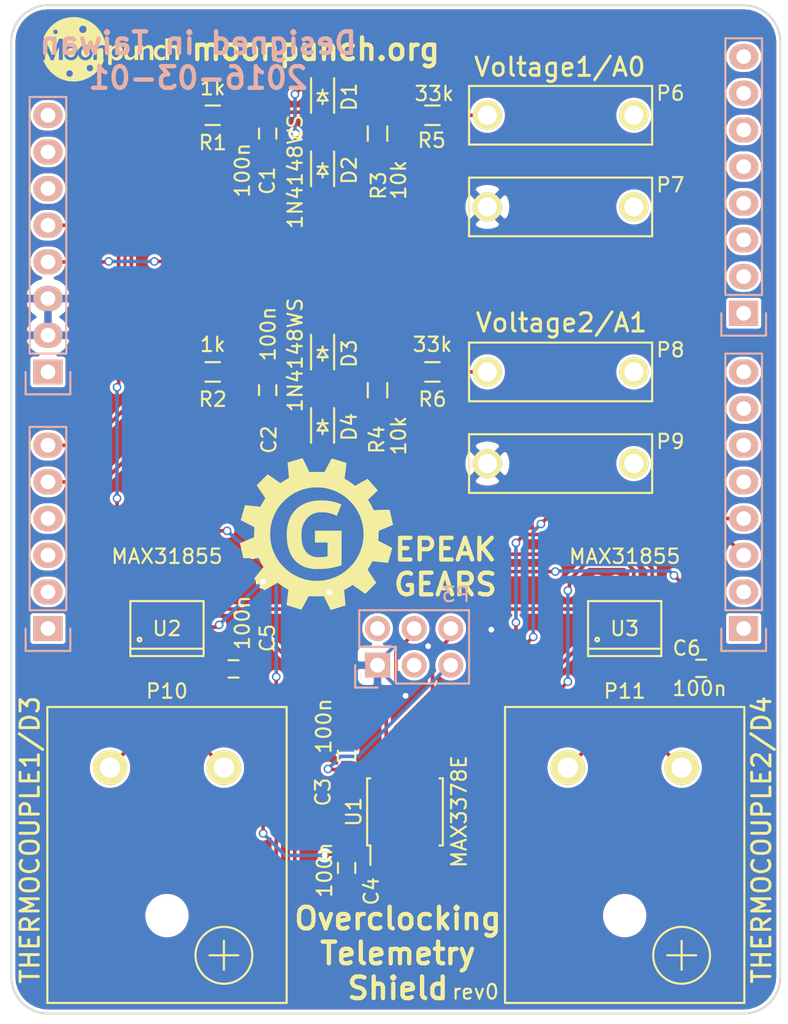
<source format=kicad_pcb>
(kicad_pcb (version 4) (host pcbnew 4.0.2-stable)
  (title_block (title "Overclocking telemetry shield for Arduino Yún") (date 2016-02-22) (rev v1) (company Moonpunch.org) (comment 1 "CERN OHL 1.2"))
  (layers (0 F.Cu signal) (31 B.Cu signal) (34 B.Paste user) (35 F.Paste user) (36 B.SilkS user) (37 F.SilkS user) (38 B.Mask user) (39 F.Mask user) (44 Edge.Cuts user))
  (net 0 "")
  (net 1 "Net-(C1-Pad1)")
  (net 2 GND)
  (net 3 "Net-(C2-Pad1)")
  (net 4 +5V)
  (net 5 +3V3)
  (net 6 "Net-(P1-Pad1)")
  (net 7 "Net-(P1-Pad6)")
  (net 8 "Net-(P1-Pad7)")
  (net 9 "Net-(P1-Pad8)")
  (net 10 "Net-(P2-Pad3)")
  (net 11 "Net-(P2-Pad4)")
  (net 12 /MISO)
  (net 13 "Net-(P3-Pad3)")
  (net 14 /SCLK)
  (net 15 "Net-(P4-Pad1)")
  (net 16 "Net-(P4-Pad2)")
  (net 17 "Net-(P4-Pad3)")
  (net 18 "Net-(P4-Pad4)")
  (net 19 "Net-(P4-Pad5)")
  (net 20 "Net-(P4-Pad6)")
  (net 21 "Net-(P4-Pad7)")
  (net 22 "Net-(P4-Pad8)")
  (net 23 "Net-(P5-Pad1)")
  (net 24 "Net-(P5-Pad2)")
  (net 25 /CS1)
  (net 26 /CS2)
  (net 27 "Net-(P5-Pad8)")
  (net 28 "Net-(P6-Pad1)")
  (net 29 "Net-(P6-Pad2)")
  (net 30 "Net-(P7-Pad2)")
  (net 31 "Net-(P8-Pad1)")
  (net 32 "Net-(P8-Pad2)")
  (net 33 "Net-(P9-Pad2)")
  (net 34 "Net-(U1-Pad2)")
  (net 35 "Net-(U1-Pad3)")
  (net 36 "Net-(U1-Pad4)")
  (net 37 "Net-(U1-Pad5)")
  (net 38 "Net-(U1-Pad6)")
  (net 39 "Net-(U1-Pad9)")
  (net 40 "Net-(P10-Pad2)")
  (net 41 "Net-(P10-Pad1)")
  (net 42 "Net-(P11-Pad2)")
  (net 43 "Net-(P11-Pad1)")
  (net 44 "Net-(P3-Pad2)")
  (net 45 "Net-(P2-Pad1)")
  (net 46 "Net-(P2-Pad2)")
  (net 47 "Net-(P5-Pad6)")
  (net 48 "Net-(P5-Pad7)")
  (net 49 "Net-(P5-Pad5)")
  (net 50 /A1)
  (net 51 /A0)
  (module Capacitors_SMD:C_0603_HandSoldering (layer F.Cu) (at 119.38 67.31 270)
    (fp_text reference C1 (at 3.26644 0.02032 270) (layer F.SilkS))
    (fp_text value 100n (at 2.54 1.7526 270) (layer F.SilkS))
    (pad 1 smd rect (at -0.95 0 270) (size 1.2 0.75) (layers F.Cu F.Paste F.Mask) (net 1 "Net-(C1-Pad1)"))
    (pad 2 smd rect (at 0.95 0 270) (size 1.2 0.75) (layers F.Cu F.Paste F.Mask) (net 2 GND))
  )
  (module Capacitors_SMD:C_0603_HandSoldering (layer F.Cu) (at 119.38 85.09 270)
    (fp_text reference C2 (at 3.42392 -0.09144 270) (layer F.SilkS))
    (fp_text value 100n (at -3.89636 -0.03556 270) (layer F.SilkS))
    (pad 1 smd rect (at -0.95 0 270) (size 1.2 0.75) (layers F.Cu F.Paste F.Mask) (net 3 "Net-(C2-Pad1)"))
    (pad 2 smd rect (at 0.95 0 270) (size 1.2 0.75) (layers F.Cu F.Paste F.Mask) (net 2 GND))
  )
  (module Capacitors_SMD:C_0603_HandSoldering (layer F.Cu) (at 124.85624 110.4138 90)
    (fp_text reference C3 (at -2.51968 -1.64084 90) (layer F.SilkS) (effects (font (size 1.016 1.016) (thickness 0.1524))))
    (fp_text value 100n (at 2.06248 -1.58496 90) (layer F.SilkS) (effects (font (size 1.016 1.016) (thickness 0.1524))))
    (pad 1 smd rect (at -0.95 0 90) (size 1.2 0.75) (layers F.Cu F.Paste F.Mask) (net 4 +5V))
    (pad 2 smd rect (at 0.95 0 90) (size 1.2 0.75) (layers F.Cu F.Paste F.Mask) (net 2 GND))
  )
  (module Capacitors_SMD:C_0603_HandSoldering (layer F.Cu) (at 124.85624 118.1862 90)
    (fp_text reference C4 (at -1.62052 1.71196 90) (layer F.SilkS))
    (fp_text value 100n (at -0.14224 -1.52908 90) (layer F.SilkS) (effects (font (size 1.016 1.016) (thickness 0.1524))))
    (pad 1 smd rect (at -0.95 0 90) (size 1.2 0.75) (layers F.Cu F.Paste F.Mask) (net 2 GND))
    (pad 2 smd rect (at 0.95 0 90) (size 1.2 0.75) (layers F.Cu F.Paste F.Mask) (net 5 +3V3))
  )
  (module Capacitors_SMD:C_0603_HandSoldering (layer F.Cu) (at 117.00764 104.394 180)
    (fp_text reference C5 (at -2.35204 2.1336 270) (layer F.SilkS))
    (fp_text value 100n (at -0.61976 3.19532 270) (layer F.SilkS))
    (pad 1 smd rect (at -0.95 0 180) (size 1.2 0.75) (layers F.Cu F.Paste F.Mask) (net 2 GND))
    (pad 2 smd rect (at 0.95 0 180) (size 1.2 0.75) (layers F.Cu F.Paste F.Mask) (net 5 +3V3))
  )
  (module Capacitors_SMD:C_0603_HandSoldering (layer F.Cu) (at 149.45106 104.3559 180)
    (fp_text reference C6 (at 1.00584 1.397 180) (layer F.SilkS))
    (fp_text value 100n (at 0.11176 -1.397 180) (layer F.SilkS))
    (pad 1 smd rect (at -0.95 0 180) (size 1.2 0.75) (layers F.Cu F.Paste F.Mask) (net 2 GND))
    (pad 2 smd rect (at 0.95 0 180) (size 1.2 0.75) (layers F.Cu F.Paste F.Mask) (net 5 +3V3))
  )
  (module Diodes_SMD:SOD-323 (layer F.Cu) (at 123.19 64.77 270)
    (fp_text reference D1 (at 0 -1.85 270) (layer F.SilkS))
    (fp_text value 1N4148WS)
    (pad 1 smd rect (at -1.055 0 270) (size 0.59 0.45) (layers F.Cu F.Paste F.Mask) (net 4 +5V))
    (pad 2 smd rect (at 1.055 0 270) (size 0.59 0.45) (layers F.Cu F.Paste F.Mask) (net 1 "Net-(C1-Pad1)"))
  )
  (module Diodes_SMD:SOD-323 (layer F.Cu) (at 123.19 69.85 270)
    (fp_text reference D2 (at 0 -1.85 270) (layer F.SilkS))
    (fp_text value 1N4148WS (at 0.1 1.9 270) (layer F.SilkS))
    (pad 1 smd rect (at -1.055 0 270) (size 0.59 0.45) (layers F.Cu F.Paste F.Mask) (net 1 "Net-(C1-Pad1)"))
    (pad 2 smd rect (at 1.055 0 270) (size 0.59 0.45) (layers F.Cu F.Paste F.Mask) (net 2 GND))
  )
  (module Diodes_SMD:SOD-323 (layer F.Cu) (at 123.19 82.55 270)
    (fp_text reference D3 (at 0 -1.85 270) (layer F.SilkS))
    (fp_text value 1N4148WS (at 0.1 1.9 270) (layer F.SilkS))
    (pad 1 smd rect (at -1.055 0 270) (size 0.59 0.45) (layers F.Cu F.Paste F.Mask) (net 4 +5V))
    (pad 2 smd rect (at 1.055 0 270) (size 0.59 0.45) (layers F.Cu F.Paste F.Mask) (net 3 "Net-(C2-Pad1)"))
  )
  (module Diodes_SMD:SOD-323 (layer F.Cu) (at 123.19 87.63 270)
    (fp_text reference D4 (at 0 -1.85 270) (layer F.SilkS))
    (fp_text value 1N4148WS)
    (pad 1 smd rect (at -1.055 0 270) (size 0.59 0.45) (layers F.Cu F.Paste F.Mask) (net 3 "Net-(C2-Pad1)"))
    (pad 2 smd rect (at 1.055 0 270) (size 0.59 0.45) (layers F.Cu F.Paste F.Mask) (net 2 GND))
  )
  (module Pin_Headers:Pin_Header_Straight_1x08 (layer B.Cu) (at 104.14 83.82)
    (fp_text reference P1)
    (fp_text value POWER_HEADER)
    (pad 1 thru_hole rect (at 0 0) (size 2.032 1.7272) (drill 1.016) (layers *.Cu *.Mask B.SilkS) (net 6 "Net-(P1-Pad1)"))
    (pad 2 thru_hole oval (at 0 -2.54) (size 2.032 1.7272) (drill 1.016) (layers *.Cu *.Mask B.SilkS) (net 2 GND))
    (pad 3 thru_hole oval (at 0 -5.08) (size 2.032 1.7272) (drill 1.016) (layers *.Cu *.Mask B.SilkS) (net 2 GND))
    (pad 4 thru_hole oval (at 0 -7.62) (size 2.032 1.7272) (drill 1.016) (layers *.Cu *.Mask B.SilkS) (net 4 +5V))
    (pad 5 thru_hole oval (at 0 -10.16) (size 2.032 1.7272) (drill 1.016) (layers *.Cu *.Mask B.SilkS) (net 5 +3V3))
    (pad 6 thru_hole oval (at 0 -12.7) (size 2.032 1.7272) (drill 1.016) (layers *.Cu *.Mask B.SilkS) (net 7 "Net-(P1-Pad6)"))
    (pad 7 thru_hole oval (at 0 -15.24) (size 2.032 1.7272) (drill 1.016) (layers *.Cu *.Mask B.SilkS) (net 8 "Net-(P1-Pad7)"))
    (pad 8 thru_hole oval (at 0 -17.78) (size 2.032 1.7272) (drill 1.016) (layers *.Cu *.Mask B.SilkS) (net 9 "Net-(P1-Pad8)"))
  )
  (module Pin_Headers:Pin_Header_Straight_1x06 (layer B.Cu) (at 104.14 101.6)
    (fp_text reference P2)
    (fp_text value ANALOG_HEADER)
    (pad 1 thru_hole rect (at 0 0) (size 2.032 1.7272) (drill 1.016) (layers *.Cu *.Mask B.SilkS) (net 45 "Net-(P2-Pad1)"))
    (pad 2 thru_hole oval (at 0 -2.54) (size 2.032 1.7272) (drill 1.016) (layers *.Cu *.Mask B.SilkS) (net 46 "Net-(P2-Pad2)"))
    (pad 3 thru_hole oval (at 0 -5.08) (size 2.032 1.7272) (drill 1.016) (layers *.Cu *.Mask B.SilkS) (net 10 "Net-(P2-Pad3)"))
    (pad 4 thru_hole oval (at 0 -7.62) (size 2.032 1.7272) (drill 1.016) (layers *.Cu *.Mask B.SilkS) (net 11 "Net-(P2-Pad4)"))
    (pad 5 thru_hole oval (at 0 -10.16) (size 2.032 1.7272) (drill 1.016) (layers *.Cu *.Mask B.SilkS) (net 50 /A1))
    (pad 6 thru_hole oval (at 0 -12.7) (size 2.032 1.7272) (drill 1.016) (layers *.Cu *.Mask B.SilkS) (net 51 /A0))
  )
  (module Socket_Strips:Socket_Strip_Straight_2x03 (layer B.Cu) (at 127 104.14)
    (fp_text reference P3 (at 5.4356 -4.89712) (layer B.SilkS) (effects (justify mirror)))
    (fp_text value ICSP_HEADER)
    (pad 1 thru_hole rect (at 0 0) (size 1.7272 1.7272) (drill 1.016) (layers *.Cu *.Mask B.SilkS) (net 2 GND))
    (pad 2 thru_hole oval (at 0 -2.54) (size 1.7272 1.7272) (drill 1.016) (layers *.Cu *.Mask B.SilkS) (net 44 "Net-(P3-Pad2)"))
    (pad 3 thru_hole oval (at 2.54 0) (size 1.7272 1.7272) (drill 1.016) (layers *.Cu *.Mask B.SilkS) (net 13 "Net-(P3-Pad3)"))
    (pad 4 thru_hole oval (at 2.54 -2.54) (size 1.7272 1.7272) (drill 1.016) (layers *.Cu *.Mask B.SilkS) (net 14 /SCLK))
    (pad 5 thru_hole oval (at 5.08 0) (size 1.7272 1.7272) (drill 1.016) (layers *.Cu *.Mask B.SilkS) (net 4 +5V))
    (pad 6 thru_hole oval (at 5.08 -2.54) (size 1.7272 1.7272) (drill 1.016) (layers *.Cu *.Mask B.SilkS) (net 12 /MISO))
  )
  (module Pin_Headers:Pin_Header_Straight_1x08 (layer B.Cu) (at 152.4 79.756)
    (fp_text reference P4)
    (fp_text value DIGITAL_HEADER_2)
    (pad 1 thru_hole rect (at 0 0) (size 2.032 1.7272) (drill 1.016) (layers *.Cu *.Mask B.SilkS) (net 15 "Net-(P4-Pad1)"))
    (pad 2 thru_hole oval (at 0 -2.54) (size 2.032 1.7272) (drill 1.016) (layers *.Cu *.Mask B.SilkS) (net 16 "Net-(P4-Pad2)"))
    (pad 3 thru_hole oval (at 0 -5.08) (size 2.032 1.7272) (drill 1.016) (layers *.Cu *.Mask B.SilkS) (net 17 "Net-(P4-Pad3)"))
    (pad 4 thru_hole oval (at 0 -7.62) (size 2.032 1.7272) (drill 1.016) (layers *.Cu *.Mask B.SilkS) (net 18 "Net-(P4-Pad4)"))
    (pad 5 thru_hole oval (at 0 -10.16) (size 2.032 1.7272) (drill 1.016) (layers *.Cu *.Mask B.SilkS) (net 19 "Net-(P4-Pad5)"))
    (pad 6 thru_hole oval (at 0 -12.7) (size 2.032 1.7272) (drill 1.016) (layers *.Cu *.Mask B.SilkS) (net 20 "Net-(P4-Pad6)"))
    (pad 7 thru_hole oval (at 0 -15.24) (size 2.032 1.7272) (drill 1.016) (layers *.Cu *.Mask B.SilkS) (net 21 "Net-(P4-Pad7)"))
    (pad 8 thru_hole oval (at 0 -17.78) (size 2.032 1.7272) (drill 1.016) (layers *.Cu *.Mask B.SilkS) (net 22 "Net-(P4-Pad8)"))
  )
  (module Pin_Headers:Pin_Header_Straight_1x08 (layer B.Cu) (at 152.4 101.6)
    (fp_text reference P5)
    (fp_text value DIGITAL_HEADER_1)
    (pad 1 thru_hole rect (at 0 0) (size 2.032 1.7272) (drill 1.016) (layers *.Cu *.Mask B.SilkS) (net 23 "Net-(P5-Pad1)"))
    (pad 2 thru_hole oval (at 0 -2.54) (size 2.032 1.7272) (drill 1.016) (layers *.Cu *.Mask B.SilkS) (net 24 "Net-(P5-Pad2)"))
    (pad 3 thru_hole oval (at 0 -5.08) (size 2.032 1.7272) (drill 1.016) (layers *.Cu *.Mask B.SilkS) (net 25 /CS1))
    (pad 4 thru_hole oval (at 0 -7.62) (size 2.032 1.7272) (drill 1.016) (layers *.Cu *.Mask B.SilkS) (net 26 /CS2))
    (pad 5 thru_hole oval (at 0 -10.16) (size 2.032 1.7272) (drill 1.016) (layers *.Cu *.Mask B.SilkS) (net 49 "Net-(P5-Pad5)"))
    (pad 6 thru_hole oval (at 0 -12.7) (size 2.032 1.7272) (drill 1.016) (layers *.Cu *.Mask B.SilkS) (net 47 "Net-(P5-Pad6)"))
    (pad 7 thru_hole oval (at 0 -15.24) (size 2.032 1.7272) (drill 1.016) (layers *.Cu *.Mask B.SilkS) (net 48 "Net-(P5-Pad7)"))
    (pad 8 thru_hole oval (at 0 -17.78) (size 2.032 1.7272) (drill 1.016) (layers *.Cu *.Mask B.SilkS) (net 27 "Net-(P5-Pad8)"))
  )
  (module parts:Test_Probe (layer F.Cu) (at 139.7 66.04)
    (fp_text reference P6 (at 7.62 -1.524) (layer F.SilkS))
    (fp_text value V_PROBE1_SIG)
    (pad 1 thru_hole circle (at -5.08 0) (size 2.032 2.032) (drill 1.3208) (layers *.Cu *.Mask F.SilkS) (net 28 "Net-(P6-Pad1)"))
    (pad 2 thru_hole circle (at 5.08 0) (size 2.032 2.032) (drill 1.3208) (layers *.Cu *.Mask F.SilkS) (net 29 "Net-(P6-Pad2)"))
  )
  (module parts:Test_Probe (layer F.Cu) (at 139.7 72.39)
    (fp_text reference P7 (at 7.62 -1.524) (layer F.SilkS))
    (fp_text value V_PROBE1_GND)
    (pad 1 thru_hole circle (at -5.08 0) (size 2.032 2.032) (drill 1.3208) (layers *.Cu *.Mask F.SilkS) (net 2 GND))
    (pad 2 thru_hole circle (at 5.08 0) (size 2.032 2.032) (drill 1.3208) (layers *.Cu *.Mask F.SilkS) (net 30 "Net-(P7-Pad2)"))
  )
  (module parts:Test_Probe (layer F.Cu) (at 139.7 83.82)
    (fp_text reference P8 (at 7.62 -1.524) (layer F.SilkS))
    (fp_text value V_PROBE2_SIG)
    (pad 1 thru_hole circle (at -5.08 0) (size 2.032 2.032) (drill 1.3208) (layers *.Cu *.Mask F.SilkS) (net 31 "Net-(P8-Pad1)"))
    (pad 2 thru_hole circle (at 5.08 0) (size 2.032 2.032) (drill 1.3208) (layers *.Cu *.Mask F.SilkS) (net 32 "Net-(P8-Pad2)"))
  )
  (module parts:Test_Probe (layer F.Cu) (at 139.7 90.17)
    (fp_text reference P9 (at 7.62 -1.524) (layer F.SilkS))
    (fp_text value V_PROBE2_GND)
    (pad 1 thru_hole circle (at -5.08 0) (size 2.032 2.032) (drill 1.3208) (layers *.Cu *.Mask F.SilkS) (net 2 GND))
    (pad 2 thru_hole circle (at 5.08 0) (size 2.032 2.032) (drill 1.3208) (layers *.Cu *.Mask F.SilkS) (net 33 "Net-(P9-Pad2)"))
  )
  (module Resistors_SMD:R_0603_HandSoldering (layer F.Cu) (at 115.57 66.04 180)
    (fp_text reference R1 (at 0 -1.9 180) (layer F.SilkS))
    (fp_text value 1k (at 0 1.9 180) (layer F.SilkS))
    (pad 1 smd rect (at -1.1 0 180) (size 1.2 0.9) (layers F.Cu F.Paste F.Mask) (net 1 "Net-(C1-Pad1)"))
    (pad 2 smd rect (at 1.1 0 180) (size 1.2 0.9) (layers F.Cu F.Paste F.Mask) (net 51 /A0))
  )
  (module Resistors_SMD:R_0603_HandSoldering (layer F.Cu) (at 115.57 83.82 180)
    (fp_text reference R2 (at 0 -1.9 180) (layer F.SilkS))
    (fp_text value 1k (at 0 1.9 180) (layer F.SilkS))
    (pad 1 smd rect (at -1.1 0 180) (size 1.2 0.9) (layers F.Cu F.Paste F.Mask) (net 3 "Net-(C2-Pad1)"))
    (pad 2 smd rect (at 1.1 0 180) (size 1.2 0.9) (layers F.Cu F.Paste F.Mask) (net 50 /A1))
  )
  (module Resistors_SMD:R_0603_HandSoldering (layer F.Cu) (at 127 67.31 270)
    (fp_text reference R3 (at 3.60172 -0.07112 270) (layer F.SilkS))
    (fp_text value 10k (at 3.21056 -1.46812 270) (layer F.SilkS))
    (pad 1 smd rect (at -1.1 0 270) (size 1.2 0.9) (layers F.Cu F.Paste F.Mask) (net 1 "Net-(C1-Pad1)"))
    (pad 2 smd rect (at 1.1 0 270) (size 1.2 0.9) (layers F.Cu F.Paste F.Mask) (net 2 GND))
  )
  (module Resistors_SMD:R_0603_HandSoldering (layer F.Cu) (at 127 85.09 270)
    (fp_text reference R4 (at 3.42392 0.04064 270) (layer F.SilkS))
    (fp_text value 10k (at 3.14452 -1.46812 270) (layer F.SilkS))
    (pad 1 smd rect (at -1.1 0 270) (size 1.2 0.9) (layers F.Cu F.Paste F.Mask) (net 3 "Net-(C2-Pad1)"))
    (pad 2 smd rect (at 1.1 0 270) (size 1.2 0.9) (layers F.Cu F.Paste F.Mask) (net 2 GND))
  )
  (module Resistors_SMD:R_0603_HandSoldering (layer F.Cu) (at 130.81 66.04 180)
    (fp_text reference R5 (at 0.0508 -1.74244 360) (layer F.SilkS))
    (fp_text value 33k (at -0.11684 1.4986 360) (layer F.SilkS))
    (pad 1 smd rect (at -1.1 0 180) (size 1.2 0.9) (layers F.Cu F.Paste F.Mask) (net 28 "Net-(P6-Pad1)"))
    (pad 2 smd rect (at 1.1 0 180) (size 1.2 0.9) (layers F.Cu F.Paste F.Mask) (net 1 "Net-(C1-Pad1)"))
  )
  (module Resistors_SMD:R_0603_HandSoldering (layer F.Cu) (at 130.81 83.82 180)
    (fp_text reference R6 (at 0 -1.9 180) (layer F.SilkS))
    (fp_text value 33k (at 0 1.9 180) (layer F.SilkS))
    (pad 1 smd rect (at -1.1 0 180) (size 1.2 0.9) (layers F.Cu F.Paste F.Mask) (net 31 "Net-(P8-Pad1)"))
    (pad 2 smd rect (at 1.1 0 180) (size 1.2 0.9) (layers F.Cu F.Paste F.Mask) (net 3 "Net-(C2-Pad1)"))
  )
  (module Housings_SSOP:TSSOP-14_4.4x5mm_Pitch0.65mm (layer F.Cu) (at 128.905 114.3 90)
    (fp_text reference U1 (at 0 -3.55 90) (layer F.SilkS) (effects (font (size 1.016 1.016) (thickness 0.1524))))
    (fp_text value MAX3378E (at 0.0254 3.75412 90) (layer F.SilkS) (effects (font (size 1.016 1.016) (thickness 0.1524))))
    (pad 1 smd rect (at -2.95 -1.95 90) (size 1.45 0.45) (layers F.Cu F.Paste F.Mask) (net 5 +3V3))
    (pad 2 smd rect (at -2.95 -1.3 90) (size 1.45 0.45) (layers F.Cu F.Paste F.Mask) (net 34 "Net-(U1-Pad2)"))
    (pad 3 smd rect (at -2.95 -0.65 90) (size 1.45 0.45) (layers F.Cu F.Paste F.Mask) (net 35 "Net-(U1-Pad3)"))
    (pad 4 smd rect (at -2.95 0 90) (size 1.45 0.45) (layers F.Cu F.Paste F.Mask) (net 36 "Net-(U1-Pad4)"))
    (pad 5 smd rect (at -2.95 0.65 90) (size 1.45 0.45) (layers F.Cu F.Paste F.Mask) (net 37 "Net-(U1-Pad5)"))
    (pad 6 smd rect (at -2.95 1.3 90) (size 1.45 0.45) (layers F.Cu F.Paste F.Mask) (net 38 "Net-(U1-Pad6)"))
    (pad 7 smd rect (at -2.95 1.95 90) (size 1.45 0.45) (layers F.Cu F.Paste F.Mask) (net 2 GND))
    (pad 8 smd rect (at 2.95 1.95 90) (size 1.45 0.45) (layers F.Cu F.Paste F.Mask) (net 5 +3V3))
    (pad 9 smd rect (at 2.95 1.3 90) (size 1.45 0.45) (layers F.Cu F.Paste F.Mask) (net 39 "Net-(U1-Pad9)"))
    (pad 10 smd rect (at 2.95 0.65 90) (size 1.45 0.45) (layers F.Cu F.Paste F.Mask) (net 26 /CS2))
    (pad 11 smd rect (at 2.95 0 90) (size 1.45 0.45) (layers F.Cu F.Paste F.Mask) (net 25 /CS1))
    (pad 12 smd rect (at 2.95 -0.65 90) (size 1.45 0.45) (layers F.Cu F.Paste F.Mask) (net 12 /MISO))
    (pad 13 smd rect (at 2.95 -1.3 90) (size 1.45 0.45) (layers F.Cu F.Paste F.Mask) (net 14 /SCLK))
    (pad 14 smd rect (at 2.95 -1.95 90) (size 1.45 0.45) (layers F.Cu F.Paste F.Mask) (net 4 +5V))
  )
  (module Power_Integrations:SO-8 (layer F.Cu) (at 112.395 101.6)
    (fp_text reference U2 (at 0 0) (layer F.SilkS))
    (fp_text value MAX31855 (at 0 -5) (layer F.SilkS))
    (pad 1 smd oval (at -1.905 2.794) (size 0.6096 1.4732) (layers F.Cu F.Paste F.Mask) (net 2 GND))
    (pad 2 smd oval (at -0.635 2.794) (size 0.6096 1.4732) (layers F.Cu F.Paste F.Mask) (net 40 "Net-(P10-Pad2)"))
    (pad 3 smd oval (at 0.635 2.794) (size 0.6096 1.4732) (layers F.Cu F.Paste F.Mask) (net 41 "Net-(P10-Pad1)"))
    (pad 4 smd oval (at 1.905 2.794) (size 0.6096 1.4732) (layers F.Cu F.Paste F.Mask) (net 5 +3V3))
    (pad 5 smd oval (at 1.905 -2.794) (size 0.6096 1.4732) (layers F.Cu F.Paste F.Mask) (net 34 "Net-(U1-Pad2)"))
    (pad 6 smd oval (at 0.635 -2.794) (size 0.6096 1.4732) (layers F.Cu F.Paste F.Mask) (net 36 "Net-(U1-Pad4)"))
    (pad 7 smd oval (at -0.635 -2.794) (size 0.6096 1.4732) (layers F.Cu F.Paste F.Mask) (net 35 "Net-(U1-Pad3)"))
    (pad 8 smd oval (at -1.905 -2.794) (size 0.6096 1.4732) (layers F.Cu F.Paste F.Mask))
  )
  (module Power_Integrations:SO-8 (layer F.Cu) (at 144.145 101.6)
    (fp_text reference U3 (at 0 0) (layer F.SilkS))
    (fp_text value MAX31855 (at 0 -5) (layer F.SilkS))
    (pad 1 smd oval (at -1.905 2.794) (size 0.6096 1.4732) (layers F.Cu F.Paste F.Mask) (net 2 GND))
    (pad 2 smd oval (at -0.635 2.794) (size 0.6096 1.4732) (layers F.Cu F.Paste F.Mask) (net 42 "Net-(P11-Pad2)"))
    (pad 3 smd oval (at 0.635 2.794) (size 0.6096 1.4732) (layers F.Cu F.Paste F.Mask) (net 43 "Net-(P11-Pad1)"))
    (pad 4 smd oval (at 1.905 2.794) (size 0.6096 1.4732) (layers F.Cu F.Paste F.Mask) (net 5 +3V3))
    (pad 5 smd oval (at 1.905 -2.794) (size 0.6096 1.4732) (layers F.Cu F.Paste F.Mask) (net 34 "Net-(U1-Pad2)"))
    (pad 6 smd oval (at 0.635 -2.794) (size 0.6096 1.4732) (layers F.Cu F.Paste F.Mask) (net 37 "Net-(U1-Pad5)"))
    (pad 7 smd oval (at -0.635 -2.794) (size 0.6096 1.4732) (layers F.Cu F.Paste F.Mask) (net 35 "Net-(U1-Pad3)"))
    (pad 8 smd oval (at -1.905 -2.794) (size 0.6096 1.4732) (layers F.Cu F.Paste F.Mask))
  )
  (module parts:moonpunch_1cm (layer F.Cu) (at 108.46308 61.468)
    (fp_text reference G*** hide)
    (fp_text value MOONPUNCH_LOGO hide)
  )
  (module parts:epeak_logo (layer F.Cu) (at 122.76836 95.05188)
    (fp_text reference G*** hide)
    (fp_text value LOGO hide)
  )
  (module parts:Thermocouple (layer F.Cu) (at 112.395 111.236)
    (fp_text reference P10 (at 0 -5.3) (layer F.SilkS))
    (fp_text value THERMOCOUPLE1/D3 (at -9.5 5 90) (layer F.SilkS) (effects (font (size 1.27 1.27) (thickness 0.2032))))
    (pad 1 thru_hole circle (at 3.95 0) (size 2.4 2.4) (drill 1.4) (layers *.Cu *.Mask F.SilkS) (net 41 "Net-(P10-Pad1)"))
    (pad 2 thru_hole circle (at -3.95 0) (size 2.4 2.4) (drill 1.4) (layers *.Cu *.Mask F.SilkS) (net 40 "Net-(P10-Pad2)"))
    (pad "" np_thru_hole circle (at 0 10.25) (size 2.6 2.6) (drill 2.6) (layers *.Cu *.Mask F.SilkS))
  )
  (module parts:Thermocouple (layer F.Cu) (at 144.145 111.236)
    (fp_text reference P11 (at 0 -5.3) (layer F.SilkS))
    (fp_text value THERMOCOUPLE2/D4 (at 9.5 5 90) (layer F.SilkS) (effects (font (size 1.27 1.27) (thickness 0.2032))))
    (pad 1 thru_hole circle (at 3.95 0) (size 2.4 2.4) (drill 1.4) (layers *.Cu *.Mask F.SilkS) (net 43 "Net-(P11-Pad1)"))
    (pad 2 thru_hole circle (at -3.95 0) (size 2.4 2.4) (drill 1.4) (layers *.Cu *.Mask F.SilkS) (net 42 "Net-(P11-Pad2)"))
    (pad "" np_thru_hole circle (at 0 10.25) (size 2.6 2.6) (drill 2.6) (layers *.Cu *.Mask F.SilkS))
  )
  (gr_text "Designed in Taiwan\n2016-03-01" (at 114.554 62.25032) (layer B.SilkS) (effects (font (size 1.5 1.5) (thickness 0.3)) (justify mirror)))
  (gr_text rev0 (at 133.79704 126.7714) (layer F.SilkS) (effects (font (size 1.016 1.016) (thickness 0.1524))))
  (gr_text Voltage2/A1 (at 139.75588 80.41132) (layer F.SilkS) (effects (font (size 1.27 1.27) (thickness 0.2032))))
  (gr_text Voltage1/A0 (at 139.64412 62.69736) (layer F.SilkS) (effects (font (size 1.27 1.27) (thickness 0.2032))))
  (gr_text "EPEAK\nGEARS" (at 131.70916 97.34296) (layer F.SilkS) (effects (font (size 1.5 1.5) (thickness 0.3))))
  (gr_text "Overclocking\nTelemetry\nShield" (at 128.41224 124.10948) (layer F.SilkS) (effects (font (size 1.5 1.5) (thickness 0.3))))
  (gr_text moonpunch.org (at 122.71248 61.468) (layer F.SilkS) (effects (font (size 1.5 1.5) (thickness 0.3))))
  (gr_arc (start 104.14 125.73) (end 104.14 128.27) (angle 90) (layer Edge.Cuts) (width 0.15))
  (gr_arc (start 104.14 60.96) (end 101.6 60.96) (angle 90) (layer Edge.Cuts) (width 0.15))
  (gr_line (start 152.4 58.42) (end 104.14 58.42) (angle 90) (layer Edge.Cuts) (width 0.15))
  (gr_line (start 101.6 60.96) (end 101.6 125.73) (angle 90) (layer Edge.Cuts) (width 0.15))
  (gr_line (start 152.4 128.27) (end 104.14 128.27) (angle 90) (layer Edge.Cuts) (width 0.15))
  (gr_arc (start 152.4 125.73) (end 154.94 125.73) (angle 90) (layer Edge.Cuts) (width 0.15))
  (gr_line (start 154.94 60.96) (end 154.94 125.73) (angle 90) (layer Edge.Cuts) (width 0.15))
  (gr_arc (start 152.4 60.96) (end 152.4 58.42) (angle 90) (layer Edge.Cuts) (width 0.15))
  (segment (start 116.67 66.04) (end 119.06 66.04) (width 0.25) (layer F.Cu) (net 1))
  (segment (start 119.06 66.04) (end 119.38 66.36) (width 0.25) (layer F.Cu) (net 1))
  (segment (start 123.19 65.825) (end 119.915 65.825) (width 0.25) (layer F.Cu) (net 1))
  (segment (start 119.915 65.825) (end 119.38 66.36) (width 0.25) (layer F.Cu) (net 1))
  (segment (start 123.19 65.825) (end 126.615 65.825) (width 0.25) (layer F.Cu) (net 1))
  (segment (start 126.615 65.825) (end 127 66.21) (width 0.25) (layer F.Cu) (net 1))
  (segment (start 123.19 68.795) (end 123.19 65.825) (width 0.25) (layer F.Cu) (net 1))
  (segment (start 129.71 66.04) (end 127.17 66.04) (width 0.25) (layer F.Cu) (net 1))
  (segment (start 127.17 66.04) (end 127 66.21) (width 0.25) (layer F.Cu) (net 1))
  (segment (start 127 104.14) (end 127 104.31272) (width 0.25) (layer B.Cu) (net 2))
  (segment (start 127 104.31272) (end 128.94564 106.25836) (width 0.25) (layer B.Cu) (net 2))
  (via (at 128.94564 106.25836) (size 0.6) (drill 0.4) (layers F.Cu B.Cu) (net 2))
  (segment (start 127 104.14) (end 127 103.98252) (width 0.25) (layer B.Cu) (net 2))
  (segment (start 127 103.98252) (end 128.16332 102.8192) (width 0.25) (layer B.Cu) (net 2))
  (segment (start 130.51028 102.8192) (end 130.51028 102.87508) (width 0.25) (layer F.Cu) (net 2))
  (via (at 130.51028 102.8192) (size 0.6) (drill 0.4) (layers F.Cu B.Cu) (net 2))
  (segment (start 128.16332 102.8192) (end 130.51028 102.8192) (width 0.25) (layer B.Cu) (net 2))
  (segment (start 123.6472 99.08032) (end 134.45236 99.08032) (width 0.25) (layer B.Cu) (net 2))
  (segment (start 125.41504 104.14) (end 123.6472 102.37216) (width 0.25) (layer B.Cu) (net 2))
  (segment (start 123.6472 102.37216) (end 123.6472 99.08032) (width 0.25) (layer B.Cu) (net 2))
  (via (at 123.6472 99.08032) (size 0.6) (drill 0.4) (layers F.Cu B.Cu) (net 2))
  (segment (start 127 104.14) (end 125.41504 104.14) (width 0.25) (layer B.Cu) (net 2))
  (segment (start 134.89432 101.6762) (end 134.89432 101.7016) (width 0.25) (layer F.Cu) (net 2))
  (via (at 134.89432 101.6762) (size 0.6) (drill 0.4) (layers F.Cu B.Cu) (net 2))
  (segment (start 134.89432 99.52228) (end 134.89432 101.6762) (width 0.25) (layer B.Cu) (net 2))
  (segment (start 134.45236 99.08032) (end 134.89432 99.52228) (width 0.25) (layer B.Cu) (net 2))
  (segment (start 123.19 83.605) (end 126.615 83.605) (width 0.25) (layer F.Cu) (net 3))
  (segment (start 126.615 83.605) (end 127 83.99) (width 0.25) (layer F.Cu) (net 3))
  (segment (start 116.67 83.82) (end 119.06 83.82) (width 0.25) (layer F.Cu) (net 3))
  (segment (start 119.06 83.82) (end 119.38 84.14) (width 0.25) (layer F.Cu) (net 3))
  (segment (start 123.19 83.605) (end 119.915 83.605) (width 0.25) (layer F.Cu) (net 3))
  (segment (start 119.915 83.605) (end 119.38 84.14) (width 0.25) (layer F.Cu) (net 3))
  (segment (start 123.19 83.605) (end 123.19 86.575) (width 0.25) (layer F.Cu) (net 3))
  (segment (start 129.71 83.82) (end 127.17 83.82) (width 0.25) (layer F.Cu) (net 3))
  (segment (start 127.17 83.82) (end 127 83.99) (width 0.25) (layer F.Cu) (net 3))
  (segment (start 119.52224 76.16444) (end 119.52224 76.1238) (width 0.25) (layer F.Cu) (net 4))
  (segment (start 122.14188 63.715) (end 123.19 63.715) (width 0.25) (layer F.Cu) (net 4))
  (segment (start 121.27484 64.58204) (end 122.14188 63.715) (width 0.25) (layer F.Cu) (net 4))
  (via (at 121.27484 64.58204) (size 0.6) (drill 0.4) (layers F.Cu B.Cu) (net 4))
  (segment (start 121.27484 67.24904) (end 121.27484 64.58204) (width 0.25) (layer B.Cu) (net 4))
  (segment (start 121.3104 67.2846) (end 121.27484 67.24904) (width 0.25) (layer B.Cu) (net 4))
  (via (at 121.3104 67.2846) (size 0.6) (drill 0.4) (layers F.Cu B.Cu) (net 4))
  (segment (start 121.3104 74.33564) (end 121.3104 67.2846) (width 0.25) (layer F.Cu) (net 4))
  (segment (start 119.52224 76.1238) (end 121.3104 74.33564) (width 0.25) (layer F.Cu) (net 4))
  (segment (start 104.14 76.2) (end 108.32084 76.2) (width 0.25) (layer F.Cu) (net 4))
  (segment (start 123.19 79.8322) (end 123.19 81.495) (width 0.25) (layer F.Cu) (net 4))
  (segment (start 119.52224 76.16444) (end 123.19 79.8322) (width 0.25) (layer F.Cu) (net 4))
  (segment (start 111.52124 76.16444) (end 119.52224 76.16444) (width 0.25) (layer F.Cu) (net 4))
  (via (at 111.52124 76.16444) (size 0.6) (drill 0.4) (layers F.Cu B.Cu) (net 4))
  (segment (start 108.3564 76.16444) (end 111.52124 76.16444) (width 0.25) (layer B.Cu) (net 4))
  (via (at 108.3564 76.16444) (size 0.6) (drill 0.4) (layers F.Cu B.Cu) (net 4))
  (segment (start 108.32084 76.2) (end 108.3564 76.16444) (width 0.25) (layer F.Cu) (net 4))
  (segment (start 124.85624 111.3638) (end 126.9412 111.3638) (width 0.25) (layer F.Cu) (net 4))
  (segment (start 126.9412 111.3638) (end 126.955 111.35) (width 0.25) (layer F.Cu) (net 4))
  (segment (start 132.08 104.14) (end 131.96824 104.14) (width 0.25) (layer B.Cu) (net 4))
  (segment (start 131.96824 104.14) (end 125.6538 110.45444) (width 0.25) (layer B.Cu) (net 4))
  (segment (start 123.59644 111.3638) (end 124.85624 111.3638) (width 0.25) (layer F.Cu) (net 4))
  (segment (start 123.56084 111.3282) (end 123.59644 111.3638) (width 0.25) (layer F.Cu) (net 4))
  (via (at 123.56084 111.3282) (size 0.6) (drill 0.4) (layers F.Cu B.Cu) (net 4))
  (segment (start 124.4346 110.45444) (end 123.56084 111.3282) (width 0.25) (layer B.Cu) (net 4))
  (segment (start 125.6538 110.45444) (end 124.4346 110.45444) (width 0.25) (layer B.Cu) (net 4))
  (segment (start 126.9412 111.3638) (end 126.955 111.35) (width 0.25) (layer F.Cu) (net 4))
  (segment (start 132.08 104.14) (end 132.06476 104.14) (width 0.25) (layer B.Cu) (net 4))
  (segment (start 148.3512 104.394) (end 148.35124 104.39404) (width 0.25) (layer F.Cu) (net 5))
  (via (at 147.56384 97.917) (size 0.6) (drill 0.4) (layers F.Cu B.Cu) (net 5))
  (segment (start 147.56384 97.917) (end 148.39188 98.74504) (width 0.25) (layer F.Cu) (net 5))
  (segment (start 148.39188 98.74504) (end 148.39188 104.3534) (width 0.25) (layer F.Cu) (net 5))
  (segment (start 148.39188 104.3534) (end 148.35124 104.39404) (width 0.25) (layer F.Cu) (net 5))
  (segment (start 147.25904 97.6122) (end 147.56384 97.917) (width 0.25) (layer B.Cu) (net 5))
  (segment (start 119.75084 97.65284) (end 139.33424 97.65284) (width 0.25) (layer F.Cu) (net 5))
  (via (at 139.33424 97.65284) (size 0.6) (drill 0.4) (layers F.Cu B.Cu) (net 5))
  (segment (start 139.33424 97.65284) (end 139.37488 97.6122) (width 0.25) (layer B.Cu) (net 5))
  (segment (start 139.37488 97.6122) (end 147.25904 97.6122) (width 0.25) (layer B.Cu) (net 5))
  (segment (start 114.681 101.4984) (end 115.86464 101.4984) (width 0.25) (layer F.Cu) (net 5))
  (segment (start 146.05 104.394) (end 148.3512 104.394) (width 0.25) (layer F.Cu) (net 5))
  (segment (start 115.86464 101.4984) (end 116.01704 101.346) (width 0.25) (layer F.Cu) (net 5))
  (via (at 116.01704 101.346) (size 0.6) (drill 0.4) (layers F.Cu B.Cu) (net 5))
  (segment (start 116.01704 101.346) (end 119.0244 98.33864) (width 0.25) (layer B.Cu) (net 5))
  (segment (start 119.0244 98.33864) (end 119.06504 98.33864) (width 0.25) (layer B.Cu) (net 5))
  (via (at 119.06504 98.33864) (size 0.6) (drill 0.4) (layers F.Cu B.Cu) (net 5))
  (segment (start 119.06504 98.33864) (end 119.75084 97.65284) (width 0.25) (layer F.Cu) (net 5))
  (segment (start 116.05764 104.394) (end 116.05764 105.08484) (width 0.25) (layer F.Cu) (net 5))
  (segment (start 123.40848 117.2362) (end 124.85624 117.2362) (width 0.25) (layer F.Cu) (net 5))
  (segment (start 123.33224 117.31244) (end 123.40848 117.2362) (width 0.25) (layer F.Cu) (net 5))
  (via (at 123.33224 117.31244) (size 0.6) (drill 0.4) (layers F.Cu B.Cu) (net 5))
  (segment (start 120.58904 117.31244) (end 123.33224 117.31244) (width 0.25) (layer B.Cu) (net 5))
  (segment (start 119.06504 115.78844) (end 120.58904 117.31244) (width 0.25) (layer B.Cu) (net 5))
  (via (at 119.06504 115.78844) (size 0.6) (drill 0.4) (layers F.Cu B.Cu) (net 5))
  (segment (start 119.06504 108.09224) (end 119.06504 115.78844) (width 0.25) (layer F.Cu) (net 5))
  (segment (start 116.05764 105.08484) (end 119.06504 108.09224) (width 0.25) (layer F.Cu) (net 5))
  (segment (start 116.05764 104.394) (end 114.3 104.394) (width 0.25) (layer F.Cu) (net 5))
  (segment (start 116.05764 104.394) (end 116.05764 102.87504) (width 0.25) (layer F.Cu) (net 5))
  (segment (start 107.68076 73.66) (end 104.14 73.66) (width 0.25) (layer F.Cu) (net 5))
  (segment (start 109.0422 75.02144) (end 107.68076 73.66) (width 0.25) (layer F.Cu) (net 5))
  (segment (start 109.0422 84.77504) (end 109.0422 75.02144) (width 0.25) (layer F.Cu) (net 5))
  (segment (start 108.93044 84.8868) (end 109.0422 84.77504) (width 0.25) (layer F.Cu) (net 5))
  (via (at 108.93044 84.8868) (size 0.6) (drill 0.4) (layers F.Cu B.Cu) (net 5))
  (segment (start 108.93044 92.583) (end 108.93044 84.8868) (width 0.25) (layer B.Cu) (net 5))
  (via (at 108.93044 92.583) (size 0.6) (drill 0.4) (layers F.Cu B.Cu) (net 5))
  (segment (start 108.93044 99.86264) (end 108.93044 92.583) (width 0.25) (layer F.Cu) (net 5))
  (segment (start 110.5662 101.4984) (end 108.93044 99.86264) (width 0.25) (layer F.Cu) (net 5))
  (segment (start 114.681 101.4984) (end 110.5662 101.4984) (width 0.25) (layer F.Cu) (net 5))
  (segment (start 116.05764 102.87504) (end 114.681 101.4984) (width 0.25) (layer F.Cu) (net 5))
  (segment (start 126.955 117.25) (end 126.955 114.9038) (width 0.25) (layer F.Cu) (net 5))
  (segment (start 130.855 112.7564) (end 130.855 111.35) (width 0.25) (layer F.Cu) (net 5))
  (segment (start 130.26136 113.35004) (end 130.855 112.7564) (width 0.25) (layer F.Cu) (net 5))
  (segment (start 128.50876 113.35004) (end 130.26136 113.35004) (width 0.25) (layer F.Cu) (net 5))
  (segment (start 126.955 114.9038) (end 128.50876 113.35004) (width 0.25) (layer F.Cu) (net 5))
  (segment (start 124.85624 117.2362) (end 126.9412 117.2362) (width 0.25) (layer F.Cu) (net 5))
  (segment (start 126.9412 117.2362) (end 126.955 117.25) (width 0.25) (layer F.Cu) (net 5))
  (segment (start 132.08 101.6) (end 132.08 102.19944) (width 0.25) (layer F.Cu) (net 12))
  (segment (start 132.08 102.19944) (end 130.81508 103.46436) (width 0.25) (layer F.Cu) (net 12))
  (segment (start 128.255 108.45268) (end 128.255 111.35) (width 0.25) (layer F.Cu) (net 12))
  (segment (start 130.81508 105.8926) (end 128.255 108.45268) (width 0.25) (layer F.Cu) (net 12))
  (segment (start 130.81508 103.46436) (end 130.81508 105.8926) (width 0.25) (layer F.Cu) (net 12))
  (segment (start 132.08 101.6) (end 132.08 101.92004) (width 0.25) (layer F.Cu) (net 12))
  (segment (start 132.08 101.6) (end 132.08 102.1588) (width 0.25) (layer F.Cu) (net 12))
  (segment (start 132.08 101.6) (end 132.08 102.0064) (width 0.25) (layer F.Cu) (net 12))
  (segment (start 129.54 101.6) (end 129.54 101.92004) (width 0.25) (layer F.Cu) (net 14))
  (segment (start 129.54 101.92004) (end 128.27508 103.18496) (width 0.25) (layer F.Cu) (net 14))
  (segment (start 127.605 106.56268) (end 127.605 111.35) (width 0.25) (layer F.Cu) (net 14))
  (segment (start 128.27508 105.8926) (end 127.605 106.56268) (width 0.25) (layer F.Cu) (net 14))
  (segment (start 128.27508 103.18496) (end 128.27508 105.8926) (width 0.25) (layer F.Cu) (net 14))
  (segment (start 129.54 101.6) (end 129.54 102.16896) (width 0.25) (layer F.Cu) (net 14))
  (segment (start 128.905 111.35) (end 128.905 109.6772) (width 0.25) (layer F.Cu) (net 25))
  (segment (start 150.96236 95.08236) (end 152.4 96.52) (width 0.25) (layer F.Cu) (net 25))
  (segment (start 137.1854 95.08236) (end 150.96236 95.08236) (width 0.25) (layer F.Cu) (net 25))
  (segment (start 136.6012 95.66656) (end 137.1854 95.08236) (width 0.25) (layer F.Cu) (net 25))
  (via (at 136.6012 95.66656) (size 0.6) (drill 0.4) (layers F.Cu B.Cu) (net 25))
  (segment (start 136.6012 101.17328) (end 136.6012 95.66656) (width 0.25) (layer B.Cu) (net 25))
  (via (at 136.6012 101.17328) (size 0.6) (drill 0.4) (layers F.Cu B.Cu) (net 25))
  (segment (start 136.6012 101.981) (end 136.6012 101.17328) (width 0.25) (layer F.Cu) (net 25))
  (segment (start 128.905 109.6772) (end 136.6012 101.981) (width 0.25) (layer F.Cu) (net 25))
  (segment (start 152.4 93.98) (end 138.7094 93.98) (width 0.25) (layer F.Cu) (net 26))
  (segment (start 129.555 110.4242) (end 129.555 111.35) (width 0.25) (layer F.Cu) (net 26))
  (segment (start 137.80008 102.17912) (end 129.555 110.4242) (width 0.25) (layer F.Cu) (net 26))
  (via (at 137.80008 102.17912) (size 0.6) (drill 0.4) (layers F.Cu B.Cu) (net 26))
  (segment (start 137.80008 94.88932) (end 137.80008 102.17912) (width 0.25) (layer B.Cu) (net 26))
  (segment (start 138.33348 94.35592) (end 137.80008 94.88932) (width 0.25) (layer B.Cu) (net 26))
  (via (at 138.33348 94.35592) (size 0.6) (drill 0.4) (layers F.Cu B.Cu) (net 26))
  (segment (start 138.7094 93.98) (end 138.33348 94.35592) (width 0.25) (layer F.Cu) (net 26))
  (segment (start 134.62 66.04) (end 131.91 66.04) (width 0.25) (layer F.Cu) (net 28))
  (segment (start 131.91 83.82) (end 134.62 83.82) (width 0.25) (layer F.Cu) (net 31))
  (segment (start 146.05 98.806) (end 146.05 99.93376) (width 0.25) (layer F.Cu) (net 34))
  (segment (start 127.605 115.64064) (end 127.605 117.25) (width 0.25) (layer F.Cu) (net 34))
  (segment (start 128.83134 114.4143) (end 127.605 115.64064) (width 0.25) (layer F.Cu) (net 34))
  (segment (start 131.98856 114.4143) (end 128.83134 114.4143) (width 0.25) (layer F.Cu) (net 34))
  (segment (start 135.34136 111.0615) (end 131.98856 114.4143) (width 0.25) (layer F.Cu) (net 34))
  (segment (start 135.34136 108.46308) (end 135.34136 111.0615) (width 0.25) (layer F.Cu) (net 34))
  (segment (start 141.76756 102.03688) (end 135.34136 108.46308) (width 0.25) (layer F.Cu) (net 34))
  (segment (start 143.94688 102.03688) (end 141.76756 102.03688) (width 0.25) (layer F.Cu) (net 34))
  (segment (start 146.05 99.93376) (end 143.94688 102.03688) (width 0.25) (layer F.Cu) (net 34))
  (segment (start 114.3 98.806) (end 114.3 97.70872) (width 0.25) (layer F.Cu) (net 34))
  (segment (start 146.05 97.4344) (end 146.05 98.806) (width 0.25) (layer F.Cu) (net 34))
  (segment (start 145.06448 96.44888) (end 146.05 97.4344) (width 0.25) (layer F.Cu) (net 34))
  (segment (start 115.55984 96.44888) (end 145.06448 96.44888) (width 0.25) (layer F.Cu) (net 34))
  (segment (start 114.3 97.70872) (end 115.55984 96.44888) (width 0.25) (layer F.Cu) (net 34))
  (segment (start 117.348 100.24872) (end 121.2596 104.16032) (width 0.25) (layer F.Cu) (net 35))
  (segment (start 128.255 119.90808) (end 128.255 117.25) (width 0.25) (layer F.Cu) (net 35))
  (segment (start 126.8476 121.31548) (end 128.255 119.90808) (width 0.25) (layer F.Cu) (net 35))
  (segment (start 122.04192 121.31548) (end 126.8476 121.31548) (width 0.25) (layer F.Cu) (net 35))
  (segment (start 121.2596 120.53316) (end 122.04192 121.31548) (width 0.25) (layer F.Cu) (net 35))
  (segment (start 121.2596 104.16032) (end 121.2596 120.53316) (width 0.25) (layer F.Cu) (net 35))
  (segment (start 143.51 98.806) (end 143.51 99.95916) (width 0.25) (layer F.Cu) (net 35))
  (segment (start 111.76 99.7458) (end 111.76 98.806) (width 0.25) (layer F.Cu) (net 35))
  (segment (start 112.26292 100.24872) (end 111.76 99.7458) (width 0.25) (layer F.Cu) (net 35))
  (segment (start 143.22044 100.24872) (end 117.348 100.24872) (width 0.25) (layer F.Cu) (net 35))
  (segment (start 117.348 100.24872) (end 112.26292 100.24872) (width 0.25) (layer F.Cu) (net 35))
  (segment (start 143.51 99.95916) (end 143.22044 100.24872) (width 0.25) (layer F.Cu) (net 35))
  (segment (start 113.03 98.806) (end 113.03 96.32696) (width 0.25) (layer F.Cu) (net 36))
  (segment (start 128.905 120.8786) (end 128.905 117.25) (width 0.25) (layer F.Cu) (net 36))
  (segment (start 127.29464 122.48896) (end 128.905 120.8786) (width 0.25) (layer F.Cu) (net 36))
  (segment (start 121.09196 122.48896) (end 127.29464 122.48896) (width 0.25) (layer F.Cu) (net 36))
  (segment (start 119.97436 121.37136) (end 121.09196 122.48896) (width 0.25) (layer F.Cu) (net 36))
  (segment (start 119.97436 104.94264) (end 119.97436 121.37136) (width 0.25) (layer F.Cu) (net 36))
  (via (at 119.97436 104.94264) (size 0.6) (drill 0.4) (layers F.Cu B.Cu) (net 36))
  (segment (start 119.97436 97.90176) (end 119.97436 104.94264) (width 0.25) (layer B.Cu) (net 36))
  (segment (start 116.56568 94.82836) (end 119.97436 97.90176) (width 0.25) (layer B.Cu) (net 36))
  (via (at 116.56568 94.82836) (size 0.6) (drill 0.4) (layers F.Cu B.Cu) (net 36))
  (segment (start 114.47018 94.8563) (end 116.56568 94.82836) (width 0.25) (layer F.Cu) (net 36))
  (segment (start 113.03 96.32696) (end 114.47018 94.8563) (width 0.25) (layer F.Cu) (net 36))
  (segment (start 113.03 99.50704) (end 113.03 98.806) (width 0.25) (layer F.Cu) (net 36))
  (segment (start 129.555 117.25) (end 129.555 116.26112) (width 0.25) (layer F.Cu) (net 37))
  (segment (start 144.78 97.5614) (end 144.78 98.806) (width 0.25) (layer F.Cu) (net 37))
  (segment (start 144.28216 97.06356) (end 144.78 97.5614) (width 0.25) (layer F.Cu) (net 37))
  (segment (start 141.48816 97.06356) (end 144.28216 97.06356) (width 0.25) (layer F.Cu) (net 37))
  (segment (start 140.31468 98.23704) (end 141.48816 97.06356) (width 0.25) (layer F.Cu) (net 37))
  (segment (start 140.31468 98.85172) (end 140.31468 98.23704) (width 0.25) (layer F.Cu) (net 37))
  (segment (start 140.20292 98.96348) (end 140.31468 98.85172) (width 0.25) (layer F.Cu) (net 37))
  (via (at 140.20292 98.96348) (size 0.6) (drill 0.4) (layers F.Cu B.Cu) (net 37))
  (segment (start 140.20292 105.27792) (end 140.20292 98.96348) (width 0.25) (layer B.Cu) (net 37))
  (via (at 140.20292 105.27792) (size 0.6) (drill 0.4) (layers F.Cu B.Cu) (net 37))
  (segment (start 136.79424 108.6866) (end 140.20292 105.27792) (width 0.25) (layer F.Cu) (net 37))
  (segment (start 136.79424 111.64824) (end 136.79424 108.6866) (width 0.25) (layer F.Cu) (net 37))
  (segment (start 132.715 115.72748) (end 136.79424 111.64824) (width 0.25) (layer F.Cu) (net 37))
  (segment (start 130.08864 115.72748) (end 132.715 115.72748) (width 0.25) (layer F.Cu) (net 37))
  (segment (start 129.555 116.26112) (end 130.08864 115.72748) (width 0.25) (layer F.Cu) (net 37))
  (segment (start 108.445 111.236) (end 108.445 111.20404) (width 0.25) (layer F.Cu) (net 40))
  (segment (start 108.445 111.20404) (end 111.76 107.88904) (width 0.25) (layer F.Cu) (net 40))
  (segment (start 111.76 107.88904) (end 111.76 104.394) (width 0.25) (layer F.Cu) (net 40))
  (segment (start 113.03 104.394) (end 113.03 107.921) (width 0.25) (layer F.Cu) (net 41))
  (segment (start 113.03 107.921) (end 116.345 111.236) (width 0.25) (layer F.Cu) (net 41))
  (segment (start 143.51 104.394) (end 143.51 107.921) (width 0.25) (layer F.Cu) (net 42))
  (segment (start 143.51 107.921) (end 140.195 111.236) (width 0.25) (layer F.Cu) (net 42))
  (segment (start 144.78 104.394) (end 144.78 107.921) (width 0.25) (layer F.Cu) (net 43))
  (segment (start 144.78 107.921) (end 148.095 111.236) (width 0.25) (layer F.Cu) (net 43))
  (segment (start 114.47 83.82) (end 113.65484 83.82) (width 0.25) (layer F.Cu) (net 50))
  (segment (start 107.9754 91.44) (end 104.14 91.44) (width 0.25) (layer F.Cu) (net 50))
  (segment (start 110.9472 88.4682) (end 107.9754 91.44) (width 0.25) (layer F.Cu) (net 50))
  (segment (start 110.9472 86.52764) (end 110.9472 88.4682) (width 0.25) (layer F.Cu) (net 50))
  (segment (start 113.65484 83.82) (end 110.9472 86.52764) (width 0.25) (layer F.Cu) (net 50))
  (segment (start 114.47 66.04) (end 113.41608 66.04) (width 0.25) (layer F.Cu) (net 51))
  (segment (start 106.93908 88.9) (end 104.14 88.9) (width 0.25) (layer F.Cu) (net 51))
  (segment (start 109.92104 85.91804) (end 106.93908 88.9) (width 0.25) (layer F.Cu) (net 51))
  (segment (start 109.92104 69.53504) (end 109.92104 85.91804) (width 0.25) (layer F.Cu) (net 51))
  (segment (start 113.41608 66.04) (end 109.92104 69.53504) (width 0.25) (layer F.Cu) (net 51))
  (zone (net 2) (net_name GND) (layer B.Cu) (connect_pads (clearance 0.2032)) (min_thickness 0.2032) (fill yes (arc_segments 32) (thermal_gap 0.508) (thermal_bridge_width 0.508) (smoothing fillet))
    (polygon (pts (xy 155.48864 128.99644) (xy 155.48864 58.1406) (xy 100.8126 58.05424) (xy 100.9904 128.99644)))
  )
  (zone (net 2) (net_name GND) (layer F.Cu) (connect_pads (clearance 0.2032)) (min_thickness 0.2032) (fill yes (arc_segments 32) (thermal_gap 0.508) (thermal_bridge_width 0.508) (smoothing fillet))
    (polygon (pts (xy 155.48864 128.99644) (xy 155.48864 58.1406) (xy 100.8126 58.05424) (xy 100.9904 128.99644)))
  )
)
</source>
